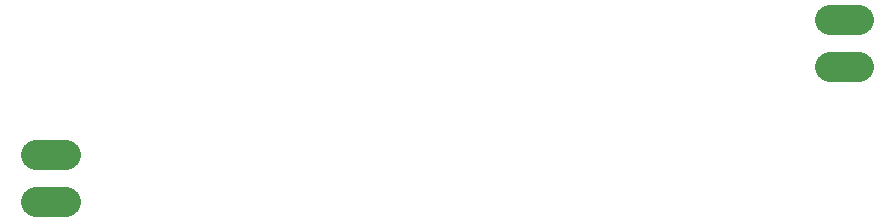
<source format=gbr>
G04 EAGLE Gerber RS-274X export*
G75*
%MOMM*%
%FSLAX34Y34*%
%LPD*%
%INTop Copper*%
%IPPOS*%
%AMOC8*
5,1,8,0,0,1.08239X$1,22.5*%
G01*
%ADD10C,2.514600*%


D10*
X853373Y447588D02*
X828227Y447588D01*
X828227Y487212D02*
X853373Y487212D01*
X181473Y372912D02*
X156327Y372912D01*
X156327Y333288D02*
X181473Y333288D01*
M02*

</source>
